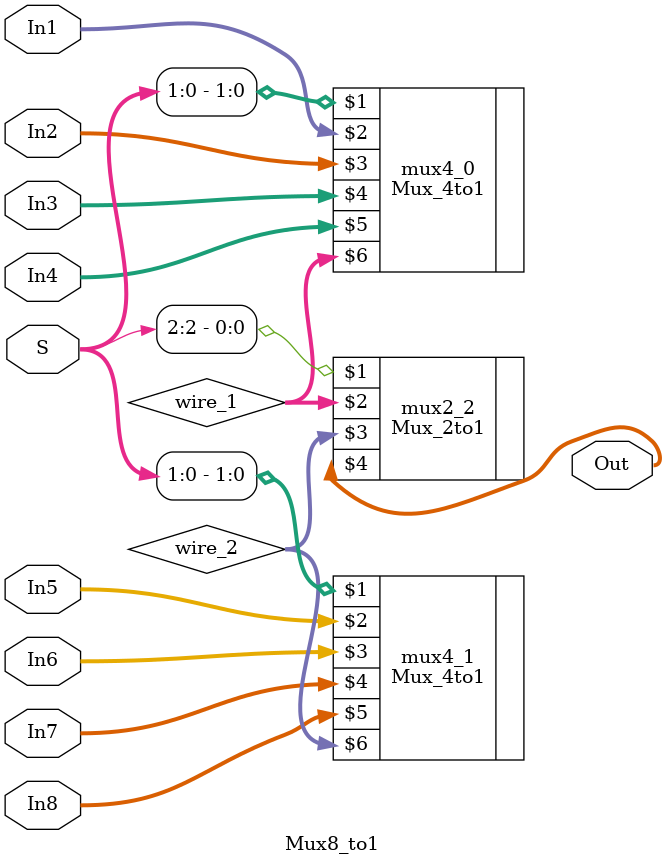
<source format=sv>
module Mux8_to1 (S, In1, In2, In3, In4,In5, In6, In7, In8, Out);
  parameter n = 8;
  input [2:0] S;
  input  [n-1:0]In1, In2, In3, In4,In5,In6,In7,In8;
  output [n-1:0]Out;
  
  wire [n-1:0] wire_1, wire_2;
  
  Mux_4to1  mux4_0 (S[1:0], In1, In2, In3, In4, wire_1);
  Mux_4to1  mux4_1 (S[1:0], In5, In6, In7, In8, wire_2);
  Mux_2to1  mux2_2 (S[2], wire_1, wire_2, Out);
  
endmodule

</source>
